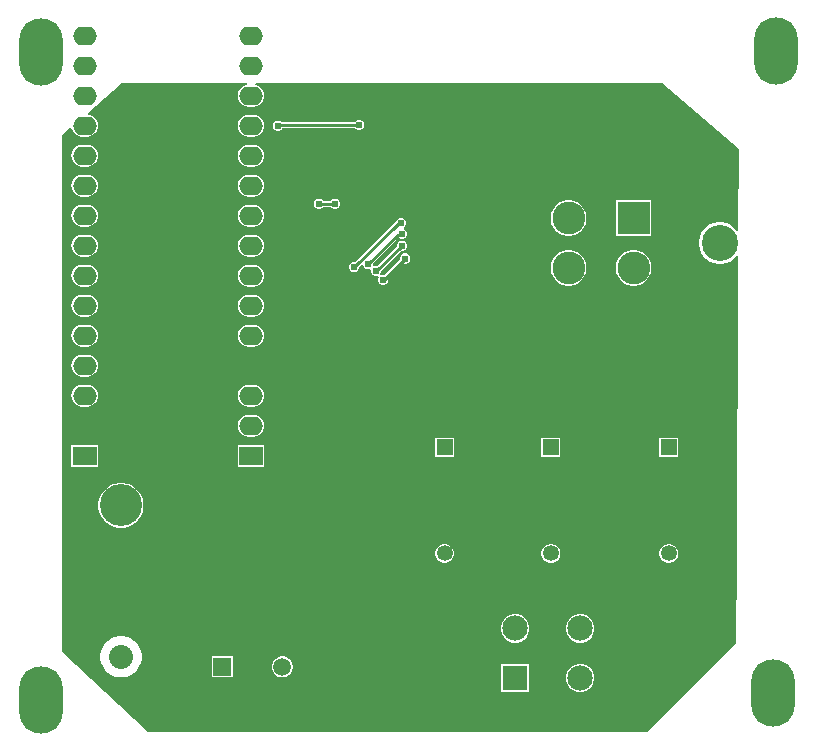
<source format=gbl>
G04*
G04 #@! TF.GenerationSoftware,Altium Limited,Altium Designer,24.0.1 (36)*
G04*
G04 Layer_Physical_Order=2*
G04 Layer_Color=16711680*
%FSLAX44Y44*%
%MOMM*%
G71*
G04*
G04 #@! TF.SameCoordinates,B8DB1BF3-7387-46EC-A14D-9CE900C50DFE*
G04*
G04*
G04 #@! TF.FilePolarity,Positive*
G04*
G01*
G75*
%ADD13C,0.2540*%
%ADD44C,2.1500*%
%ADD45R,2.1500X2.1500*%
%ADD50R,2.0000X1.6000*%
%ADD51O,2.0000X1.6000*%
%ADD52C,3.5560*%
%ADD53C,2.0320*%
%ADD54O,3.7000X5.7000*%
%ADD55C,1.5080*%
%ADD56R,1.5080X1.5080*%
%ADD57C,3.0500*%
%ADD58C,2.7750*%
%ADD59R,2.7750X2.7750*%
%ADD60C,1.3500*%
%ADD61R,1.3500X1.3500*%
%ADD62C,0.6096*%
G36*
X613278Y499203D02*
X612966Y430261D01*
X611750Y429895D01*
X611118Y430840D01*
X608641Y433318D01*
X605727Y435265D01*
X602489Y436606D01*
X599052Y437290D01*
X595548D01*
X592111Y436606D01*
X588873Y435265D01*
X585960Y433318D01*
X583482Y430840D01*
X581535Y427927D01*
X580194Y424689D01*
X579510Y421252D01*
Y417748D01*
X580194Y414311D01*
X581535Y411073D01*
X583482Y408159D01*
X585960Y405682D01*
X588873Y403735D01*
X592111Y402394D01*
X595548Y401710D01*
X599052D01*
X602489Y402394D01*
X605727Y403735D01*
X608641Y405682D01*
X611118Y408159D01*
X611654Y408961D01*
X612868Y408590D01*
X612843Y402947D01*
X611717Y153705D01*
X611390Y81290D01*
X535800Y5700D01*
X113450D01*
X40508Y72878D01*
X40593Y510773D01*
X47325Y516620D01*
X48688Y516122D01*
X49433Y514325D01*
X50919Y512389D01*
X52855Y510903D01*
X55110Y509969D01*
X57530Y509650D01*
X61530D01*
X63950Y509969D01*
X66205Y510903D01*
X68141Y512389D01*
X69627Y514325D01*
X70561Y516580D01*
X70880Y519000D01*
X70561Y521420D01*
X69627Y523675D01*
X68141Y525611D01*
X66205Y527097D01*
X63950Y528031D01*
X62604Y528209D01*
X62202Y529542D01*
X91281Y554800D01*
X196746D01*
X196829Y553530D01*
X196080Y553431D01*
X193825Y552497D01*
X191889Y551011D01*
X190403Y549075D01*
X189469Y546820D01*
X189150Y544400D01*
X189469Y541980D01*
X190403Y539725D01*
X191889Y537789D01*
X193825Y536303D01*
X196080Y535369D01*
X198500Y535050D01*
X202500D01*
X204920Y535369D01*
X207175Y536303D01*
X209111Y537789D01*
X210597Y539725D01*
X211531Y541980D01*
X211850Y544400D01*
X211531Y546820D01*
X210597Y549075D01*
X209111Y551011D01*
X207175Y552497D01*
X204920Y553431D01*
X204171Y553530D01*
X204254Y554800D01*
X548125D01*
X613278Y499203D01*
D02*
G37*
%LPC*%
G36*
X292959Y523718D02*
X291241D01*
X289654Y523061D01*
X288439Y521846D01*
X288395Y521740D01*
X226267D01*
X225446Y522561D01*
X223859Y523218D01*
X222141D01*
X220554Y522561D01*
X219339Y521346D01*
X218682Y519759D01*
Y518041D01*
X219339Y516454D01*
X220554Y515239D01*
X222141Y514582D01*
X223859D01*
X225446Y515239D01*
X226661Y516454D01*
X226705Y516560D01*
X288833D01*
X289654Y515739D01*
X291241Y515082D01*
X292959D01*
X294546Y515739D01*
X295761Y516954D01*
X296418Y518541D01*
Y520259D01*
X295761Y521846D01*
X294546Y523061D01*
X292959Y523718D01*
D02*
G37*
G36*
X202500Y528350D02*
X198500D01*
X196080Y528031D01*
X193825Y527097D01*
X191889Y525611D01*
X190403Y523675D01*
X189469Y521420D01*
X189150Y519000D01*
X189469Y516580D01*
X190403Y514325D01*
X191889Y512389D01*
X193825Y510903D01*
X196080Y509969D01*
X198500Y509650D01*
X202500D01*
X204920Y509969D01*
X207175Y510903D01*
X209111Y512389D01*
X210597Y514325D01*
X211531Y516580D01*
X211850Y519000D01*
X211531Y521420D01*
X210597Y523675D01*
X209111Y525611D01*
X207175Y527097D01*
X204920Y528031D01*
X202500Y528350D01*
D02*
G37*
G36*
Y502950D02*
X198500D01*
X196080Y502631D01*
X193825Y501697D01*
X191889Y500211D01*
X190403Y498275D01*
X189469Y496020D01*
X189150Y493600D01*
X189469Y491180D01*
X190403Y488925D01*
X191889Y486989D01*
X193825Y485503D01*
X196080Y484569D01*
X198500Y484250D01*
X202500D01*
X204920Y484569D01*
X207175Y485503D01*
X209111Y486989D01*
X210597Y488925D01*
X211531Y491180D01*
X211850Y493600D01*
X211531Y496020D01*
X210597Y498275D01*
X209111Y500211D01*
X207175Y501697D01*
X204920Y502631D01*
X202500Y502950D01*
D02*
G37*
G36*
X61530D02*
X57530D01*
X55110Y502631D01*
X52855Y501697D01*
X50919Y500211D01*
X49433Y498275D01*
X48499Y496020D01*
X48180Y493600D01*
X48499Y491180D01*
X49433Y488925D01*
X50919Y486989D01*
X52855Y485503D01*
X55110Y484569D01*
X57530Y484250D01*
X61530D01*
X63950Y484569D01*
X66205Y485503D01*
X68141Y486989D01*
X69627Y488925D01*
X70561Y491180D01*
X70880Y493600D01*
X70561Y496020D01*
X69627Y498275D01*
X68141Y500211D01*
X66205Y501697D01*
X63950Y502631D01*
X61530Y502950D01*
D02*
G37*
G36*
X202500Y477550D02*
X198500D01*
X196080Y477231D01*
X193825Y476297D01*
X191889Y474811D01*
X190403Y472875D01*
X189469Y470620D01*
X189150Y468200D01*
X189469Y465780D01*
X190403Y463525D01*
X191889Y461589D01*
X193825Y460103D01*
X196080Y459169D01*
X198500Y458850D01*
X202500D01*
X204920Y459169D01*
X207175Y460103D01*
X209111Y461589D01*
X210597Y463525D01*
X211531Y465780D01*
X211850Y468200D01*
X211531Y470620D01*
X210597Y472875D01*
X209111Y474811D01*
X207175Y476297D01*
X204920Y477231D01*
X202500Y477550D01*
D02*
G37*
G36*
X61530D02*
X57530D01*
X55110Y477231D01*
X52855Y476297D01*
X50919Y474811D01*
X49433Y472875D01*
X48499Y470620D01*
X48180Y468200D01*
X48499Y465780D01*
X49433Y463525D01*
X50919Y461589D01*
X52855Y460103D01*
X55110Y459169D01*
X57530Y458850D01*
X61530D01*
X63950Y459169D01*
X66205Y460103D01*
X68141Y461589D01*
X69627Y463525D01*
X70561Y465780D01*
X70880Y468200D01*
X70561Y470620D01*
X69627Y472875D01*
X68141Y474811D01*
X66205Y476297D01*
X63950Y477231D01*
X61530Y477550D01*
D02*
G37*
G36*
X272356Y457218D02*
X270638D01*
X269051Y456561D01*
X267980Y455490D01*
X261217D01*
X260146Y456561D01*
X258559Y457218D01*
X256841D01*
X255254Y456561D01*
X254039Y455346D01*
X253382Y453759D01*
Y452041D01*
X254039Y450454D01*
X255254Y449239D01*
X256841Y448582D01*
X258559D01*
X260146Y449239D01*
X261217Y450310D01*
X267980D01*
X269051Y449239D01*
X270638Y448582D01*
X272356D01*
X273943Y449239D01*
X275157Y450454D01*
X275815Y452041D01*
Y453759D01*
X275157Y455346D01*
X273943Y456561D01*
X272356Y457218D01*
D02*
G37*
G36*
X202500Y452150D02*
X198500D01*
X196080Y451831D01*
X193825Y450897D01*
X191889Y449411D01*
X190403Y447475D01*
X189469Y445220D01*
X189150Y442800D01*
X189469Y440380D01*
X190403Y438125D01*
X191889Y436189D01*
X193825Y434703D01*
X196080Y433769D01*
X198500Y433450D01*
X202500D01*
X204920Y433769D01*
X207175Y434703D01*
X209111Y436189D01*
X210597Y438125D01*
X211531Y440380D01*
X211850Y442800D01*
X211531Y445220D01*
X210597Y447475D01*
X209111Y449411D01*
X207175Y450897D01*
X204920Y451831D01*
X202500Y452150D01*
D02*
G37*
G36*
X61530D02*
X57530D01*
X55110Y451831D01*
X52855Y450897D01*
X50919Y449411D01*
X49433Y447475D01*
X48499Y445220D01*
X48180Y442800D01*
X48499Y440380D01*
X49433Y438125D01*
X50919Y436189D01*
X52855Y434703D01*
X55110Y433769D01*
X57530Y433450D01*
X61530D01*
X63950Y433769D01*
X66205Y434703D01*
X68141Y436189D01*
X69627Y438125D01*
X70561Y440380D01*
X70880Y442800D01*
X70561Y445220D01*
X69627Y447475D01*
X68141Y449411D01*
X66205Y450897D01*
X63950Y451831D01*
X61530Y452150D01*
D02*
G37*
G36*
X539445Y455645D02*
X509155D01*
Y425355D01*
X539445D01*
Y455645D01*
D02*
G37*
G36*
X470792D02*
X467808D01*
X464882Y455063D01*
X462126Y453921D01*
X459646Y452264D01*
X457536Y450154D01*
X455879Y447674D01*
X454737Y444918D01*
X454155Y441992D01*
Y439008D01*
X454737Y436082D01*
X455879Y433326D01*
X457536Y430846D01*
X459646Y428736D01*
X462126Y427079D01*
X464882Y425937D01*
X467808Y425355D01*
X470792D01*
X473718Y425937D01*
X476474Y427079D01*
X478954Y428736D01*
X481064Y430846D01*
X482721Y433326D01*
X483863Y436082D01*
X484445Y439008D01*
Y441992D01*
X483863Y444918D01*
X482721Y447674D01*
X481064Y450154D01*
X478954Y452264D01*
X476474Y453921D01*
X473718Y455063D01*
X470792Y455645D01*
D02*
G37*
G36*
X328259Y440518D02*
X326541D01*
X324954Y439861D01*
X323739Y438646D01*
X323410Y437850D01*
X322663Y437351D01*
X288636Y403323D01*
X288623Y403329D01*
X286905D01*
X285318Y402671D01*
X284103Y401457D01*
X283446Y399870D01*
Y398152D01*
X284103Y396565D01*
X285318Y395350D01*
X286905Y394693D01*
X288623D01*
X290210Y395350D01*
X291425Y396565D01*
X292082Y398152D01*
Y399445D01*
X294112Y401475D01*
X295382Y400949D01*
Y400741D01*
X296039Y399154D01*
X297254Y397939D01*
X298841Y397282D01*
X300559D01*
X300825Y397392D01*
X301404Y396957D01*
X301874Y396452D01*
Y394887D01*
X302531Y393300D01*
X303746Y392085D01*
X305333Y391428D01*
X307051D01*
X308031Y391834D01*
X308705Y391011D01*
X308813Y390783D01*
X308182Y389259D01*
Y387541D01*
X308839Y385954D01*
X310054Y384739D01*
X311641Y384082D01*
X313359D01*
X314946Y384739D01*
X316161Y385954D01*
X316818Y387541D01*
Y388806D01*
X330108Y402096D01*
X330141Y402082D01*
X331859D01*
X333446Y402739D01*
X334661Y403954D01*
X335318Y405541D01*
Y407259D01*
X334661Y408846D01*
X333446Y410061D01*
X331859Y410718D01*
X330141D01*
X328554Y410061D01*
X327339Y408846D01*
X326682Y407259D01*
Y405994D01*
X313392Y392704D01*
X313359Y392718D01*
X311641D01*
X310660Y392312D01*
X309987Y393135D01*
X309878Y393363D01*
X310510Y394887D01*
Y396124D01*
X327289Y412904D01*
X327341Y412882D01*
X329059D01*
X330646Y413539D01*
X331861Y414754D01*
X332518Y416341D01*
Y418059D01*
X331861Y419646D01*
X330646Y420861D01*
X329059Y421518D01*
X327341D01*
X325754Y420861D01*
X324539Y419646D01*
X323882Y418059D01*
Y416822D01*
X307103Y400042D01*
X307051Y400064D01*
X305333D01*
X305066Y399953D01*
X304487Y400388D01*
X304018Y400894D01*
Y402256D01*
X325587Y423824D01*
X325764Y423647D01*
X327351Y422989D01*
X329069D01*
X330656Y423647D01*
X331871Y424861D01*
X332528Y426448D01*
Y428166D01*
X331871Y429753D01*
X330656Y430968D01*
X330013Y431234D01*
X329917Y431988D01*
X329944Y432637D01*
X331061Y433754D01*
X331718Y435341D01*
Y437059D01*
X331061Y438646D01*
X329846Y439861D01*
X328259Y440518D01*
D02*
G37*
G36*
X202500Y426750D02*
X198500D01*
X196080Y426431D01*
X193825Y425497D01*
X191889Y424011D01*
X190403Y422075D01*
X189469Y419820D01*
X189150Y417400D01*
X189469Y414980D01*
X190403Y412725D01*
X191889Y410789D01*
X193825Y409303D01*
X196080Y408369D01*
X198500Y408050D01*
X202500D01*
X204920Y408369D01*
X207175Y409303D01*
X209111Y410789D01*
X210597Y412725D01*
X211531Y414980D01*
X211850Y417400D01*
X211531Y419820D01*
X210597Y422075D01*
X209111Y424011D01*
X207175Y425497D01*
X204920Y426431D01*
X202500Y426750D01*
D02*
G37*
G36*
X61530D02*
X57530D01*
X55110Y426431D01*
X52855Y425497D01*
X50919Y424011D01*
X49433Y422075D01*
X48499Y419820D01*
X48180Y417400D01*
X48499Y414980D01*
X49433Y412725D01*
X50919Y410789D01*
X52855Y409303D01*
X55110Y408369D01*
X57530Y408050D01*
X61530D01*
X63950Y408369D01*
X66205Y409303D01*
X68141Y410789D01*
X69627Y412725D01*
X70561Y414980D01*
X70880Y417400D01*
X70561Y419820D01*
X69627Y422075D01*
X68141Y424011D01*
X66205Y425497D01*
X63950Y426431D01*
X61530Y426750D01*
D02*
G37*
G36*
X525792Y413645D02*
X522808D01*
X519882Y413063D01*
X517126Y411921D01*
X514646Y410264D01*
X512536Y408154D01*
X510879Y405674D01*
X509737Y402918D01*
X509155Y399992D01*
Y397008D01*
X509737Y394082D01*
X510879Y391326D01*
X512536Y388846D01*
X514646Y386736D01*
X517126Y385079D01*
X519882Y383937D01*
X522808Y383355D01*
X525792D01*
X528718Y383937D01*
X531474Y385079D01*
X533954Y386736D01*
X536064Y388846D01*
X537721Y391326D01*
X538863Y394082D01*
X539445Y397008D01*
Y399992D01*
X538863Y402918D01*
X537721Y405674D01*
X536064Y408154D01*
X533954Y410264D01*
X531474Y411921D01*
X528718Y413063D01*
X525792Y413645D01*
D02*
G37*
G36*
X470792D02*
X467808D01*
X464882Y413063D01*
X462126Y411921D01*
X459646Y410264D01*
X457536Y408154D01*
X455879Y405674D01*
X454737Y402918D01*
X454155Y399992D01*
Y397008D01*
X454737Y394082D01*
X455879Y391326D01*
X457536Y388846D01*
X459646Y386736D01*
X462126Y385079D01*
X464882Y383937D01*
X467808Y383355D01*
X470792D01*
X473718Y383937D01*
X476474Y385079D01*
X478954Y386736D01*
X481064Y388846D01*
X482721Y391326D01*
X483863Y394082D01*
X484445Y397008D01*
Y399992D01*
X483863Y402918D01*
X482721Y405674D01*
X481064Y408154D01*
X478954Y410264D01*
X476474Y411921D01*
X473718Y413063D01*
X470792Y413645D01*
D02*
G37*
G36*
X202500Y401350D02*
X198500D01*
X196080Y401031D01*
X193825Y400097D01*
X191889Y398611D01*
X190403Y396675D01*
X189469Y394420D01*
X189150Y392000D01*
X189469Y389580D01*
X190403Y387325D01*
X191889Y385389D01*
X193825Y383903D01*
X196080Y382969D01*
X198500Y382650D01*
X202500D01*
X204920Y382969D01*
X207175Y383903D01*
X209111Y385389D01*
X210597Y387325D01*
X211531Y389580D01*
X211850Y392000D01*
X211531Y394420D01*
X210597Y396675D01*
X209111Y398611D01*
X207175Y400097D01*
X204920Y401031D01*
X202500Y401350D01*
D02*
G37*
G36*
X61530D02*
X57530D01*
X55110Y401031D01*
X52855Y400097D01*
X50919Y398611D01*
X49433Y396675D01*
X48499Y394420D01*
X48180Y392000D01*
X48499Y389580D01*
X49433Y387325D01*
X50919Y385389D01*
X52855Y383903D01*
X55110Y382969D01*
X57530Y382650D01*
X61530D01*
X63950Y382969D01*
X66205Y383903D01*
X68141Y385389D01*
X69627Y387325D01*
X70561Y389580D01*
X70880Y392000D01*
X70561Y394420D01*
X69627Y396675D01*
X68141Y398611D01*
X66205Y400097D01*
X63950Y401031D01*
X61530Y401350D01*
D02*
G37*
G36*
X202500Y375950D02*
X198500D01*
X196080Y375631D01*
X193825Y374697D01*
X191889Y373211D01*
X190403Y371275D01*
X189469Y369020D01*
X189150Y366600D01*
X189469Y364180D01*
X190403Y361925D01*
X191889Y359989D01*
X193825Y358503D01*
X196080Y357569D01*
X198500Y357250D01*
X202500D01*
X204920Y357569D01*
X207175Y358503D01*
X209111Y359989D01*
X210597Y361925D01*
X211531Y364180D01*
X211850Y366600D01*
X211531Y369020D01*
X210597Y371275D01*
X209111Y373211D01*
X207175Y374697D01*
X204920Y375631D01*
X202500Y375950D01*
D02*
G37*
G36*
X61530D02*
X57530D01*
X55110Y375631D01*
X52855Y374697D01*
X50919Y373211D01*
X49433Y371275D01*
X48499Y369020D01*
X48180Y366600D01*
X48499Y364180D01*
X49433Y361925D01*
X50919Y359989D01*
X52855Y358503D01*
X55110Y357569D01*
X57530Y357250D01*
X61530D01*
X63950Y357569D01*
X66205Y358503D01*
X68141Y359989D01*
X69627Y361925D01*
X70561Y364180D01*
X70880Y366600D01*
X70561Y369020D01*
X69627Y371275D01*
X68141Y373211D01*
X66205Y374697D01*
X63950Y375631D01*
X61530Y375950D01*
D02*
G37*
G36*
X202500Y350550D02*
X198500D01*
X196080Y350231D01*
X193825Y349297D01*
X191889Y347811D01*
X190403Y345875D01*
X189469Y343620D01*
X189150Y341200D01*
X189469Y338780D01*
X190403Y336525D01*
X191889Y334589D01*
X193825Y333103D01*
X196080Y332169D01*
X198500Y331850D01*
X202500D01*
X204920Y332169D01*
X207175Y333103D01*
X209111Y334589D01*
X210597Y336525D01*
X211531Y338780D01*
X211850Y341200D01*
X211531Y343620D01*
X210597Y345875D01*
X209111Y347811D01*
X207175Y349297D01*
X204920Y350231D01*
X202500Y350550D01*
D02*
G37*
G36*
X61530D02*
X57530D01*
X55110Y350231D01*
X52855Y349297D01*
X50919Y347811D01*
X49433Y345875D01*
X48499Y343620D01*
X48180Y341200D01*
X48499Y338780D01*
X49433Y336525D01*
X50919Y334589D01*
X52855Y333103D01*
X55110Y332169D01*
X57530Y331850D01*
X61530D01*
X63950Y332169D01*
X66205Y333103D01*
X68141Y334589D01*
X69627Y336525D01*
X70561Y338780D01*
X70880Y341200D01*
X70561Y343620D01*
X69627Y345875D01*
X68141Y347811D01*
X66205Y349297D01*
X63950Y350231D01*
X61530Y350550D01*
D02*
G37*
G36*
Y325150D02*
X57530D01*
X55110Y324831D01*
X52855Y323897D01*
X50919Y322411D01*
X49433Y320475D01*
X48499Y318220D01*
X48180Y315800D01*
X48499Y313380D01*
X49433Y311125D01*
X50919Y309189D01*
X52855Y307703D01*
X55110Y306769D01*
X57530Y306450D01*
X61530D01*
X63950Y306769D01*
X66205Y307703D01*
X68141Y309189D01*
X69627Y311125D01*
X70561Y313380D01*
X70880Y315800D01*
X70561Y318220D01*
X69627Y320475D01*
X68141Y322411D01*
X66205Y323897D01*
X63950Y324831D01*
X61530Y325150D01*
D02*
G37*
G36*
X202500Y299750D02*
X198500D01*
X196080Y299431D01*
X193825Y298497D01*
X191889Y297011D01*
X190403Y295075D01*
X189469Y292820D01*
X189150Y290400D01*
X189469Y287980D01*
X190403Y285725D01*
X191889Y283789D01*
X193825Y282303D01*
X196080Y281369D01*
X198500Y281050D01*
X202500D01*
X204920Y281369D01*
X207175Y282303D01*
X209111Y283789D01*
X210597Y285725D01*
X211531Y287980D01*
X211850Y290400D01*
X211531Y292820D01*
X210597Y295075D01*
X209111Y297011D01*
X207175Y298497D01*
X204920Y299431D01*
X202500Y299750D01*
D02*
G37*
G36*
X61530D02*
X57530D01*
X55110Y299431D01*
X52855Y298497D01*
X50919Y297011D01*
X49433Y295075D01*
X48499Y292820D01*
X48180Y290400D01*
X48499Y287980D01*
X49433Y285725D01*
X50919Y283789D01*
X52855Y282303D01*
X55110Y281369D01*
X57530Y281050D01*
X61530D01*
X63950Y281369D01*
X66205Y282303D01*
X68141Y283789D01*
X69627Y285725D01*
X70561Y287980D01*
X70880Y290400D01*
X70561Y292820D01*
X69627Y295075D01*
X68141Y297011D01*
X66205Y298497D01*
X63950Y299431D01*
X61530Y299750D01*
D02*
G37*
G36*
X202500Y274350D02*
X198500D01*
X196080Y274031D01*
X193825Y273097D01*
X191889Y271611D01*
X190403Y269675D01*
X189469Y267420D01*
X189150Y265000D01*
X189469Y262580D01*
X190403Y260325D01*
X191889Y258389D01*
X193825Y256903D01*
X196080Y255969D01*
X198500Y255650D01*
X202500D01*
X204920Y255969D01*
X207175Y256903D01*
X209111Y258389D01*
X210597Y260325D01*
X211531Y262580D01*
X211850Y265000D01*
X211531Y267420D01*
X210597Y269675D01*
X209111Y271611D01*
X207175Y273097D01*
X204920Y274031D01*
X202500Y274350D01*
D02*
G37*
G36*
X372320Y254820D02*
X356280D01*
Y238780D01*
X372320D01*
Y254820D01*
D02*
G37*
G36*
X562220Y254820D02*
X546180D01*
Y238780D01*
X562220D01*
Y254820D01*
D02*
G37*
G36*
X462420Y254820D02*
X446380D01*
Y238780D01*
X462420D01*
Y254820D01*
D02*
G37*
G36*
X211770Y248870D02*
X189230D01*
Y230330D01*
X211770D01*
Y248870D01*
D02*
G37*
G36*
X70800D02*
X48260D01*
Y230330D01*
X70800D01*
Y248870D01*
D02*
G37*
G36*
X92221Y216450D02*
X88469D01*
X84788Y215718D01*
X81321Y214282D01*
X78201Y212197D01*
X75548Y209544D01*
X73463Y206423D01*
X72027Y202957D01*
X71295Y199276D01*
Y195524D01*
X72027Y191843D01*
X73463Y188376D01*
X75548Y185256D01*
X78201Y182603D01*
X81321Y180518D01*
X84788Y179082D01*
X88469Y178350D01*
X92221D01*
X95901Y179082D01*
X99368Y180518D01*
X102488Y182603D01*
X105142Y185256D01*
X107227Y188376D01*
X108663Y191843D01*
X109395Y195524D01*
Y199276D01*
X108663Y202957D01*
X107227Y206423D01*
X105142Y209544D01*
X102488Y212197D01*
X99368Y214282D01*
X95901Y215718D01*
X92221Y216450D01*
D02*
G37*
G36*
X365356Y164820D02*
X363244D01*
X361204Y164274D01*
X359375Y163218D01*
X357882Y161725D01*
X356826Y159896D01*
X356280Y157856D01*
Y155744D01*
X356826Y153705D01*
X357882Y151876D01*
X359375Y150383D01*
X361204Y149327D01*
X363244Y148780D01*
X365356D01*
X367395Y149327D01*
X369224Y150383D01*
X370717Y151876D01*
X371773Y153705D01*
X372320Y155744D01*
Y157856D01*
X371773Y159896D01*
X370717Y161725D01*
X369224Y163218D01*
X367395Y164274D01*
X365356Y164820D01*
D02*
G37*
G36*
X555255Y164820D02*
X553144D01*
X551104Y164274D01*
X549275Y163218D01*
X547782Y161724D01*
X546726Y159896D01*
X546180Y157856D01*
Y155744D01*
X546726Y153705D01*
X547782Y151876D01*
X549275Y150382D01*
X551104Y149327D01*
X553144Y148780D01*
X555255D01*
X557295Y149327D01*
X559124Y150382D01*
X560617Y151876D01*
X561673Y153705D01*
X562220Y155744D01*
Y157856D01*
X561673Y159896D01*
X560617Y161724D01*
X559124Y163218D01*
X557295Y164274D01*
X555255Y164820D01*
D02*
G37*
G36*
X455456Y164820D02*
X453344D01*
X451304Y164273D01*
X449475Y163218D01*
X447982Y161724D01*
X446926Y159896D01*
X446380Y157856D01*
Y155744D01*
X446926Y153705D01*
X447982Y151876D01*
X449475Y150382D01*
X451304Y149327D01*
X453344Y148780D01*
X455456D01*
X457495Y149327D01*
X459324Y150382D01*
X460817Y151876D01*
X461873Y153705D01*
X462420Y155744D01*
Y157856D01*
X461873Y159896D01*
X460817Y161724D01*
X459324Y163218D01*
X457495Y164273D01*
X455456Y164820D01*
D02*
G37*
G36*
X480682Y105320D02*
X477517D01*
X474460Y104501D01*
X471719Y102918D01*
X469481Y100680D01*
X467899Y97939D01*
X467080Y94882D01*
Y91717D01*
X467899Y88660D01*
X469481Y85919D01*
X471719Y83681D01*
X474460Y82099D01*
X477517Y81280D01*
X480682D01*
X483739Y82099D01*
X486480Y83681D01*
X488718Y85919D01*
X490300Y88660D01*
X491120Y91717D01*
Y94882D01*
X490300Y97939D01*
X488718Y100680D01*
X486480Y102918D01*
X483739Y104501D01*
X480682Y105320D01*
D02*
G37*
G36*
X425682D02*
X422518D01*
X419460Y104501D01*
X416720Y102918D01*
X414482Y100680D01*
X412899Y97939D01*
X412080Y94882D01*
Y91717D01*
X412899Y88660D01*
X414482Y85919D01*
X416720Y83681D01*
X419460Y82099D01*
X422518Y81280D01*
X425682D01*
X428740Y82099D01*
X431480Y83681D01*
X433718Y85919D01*
X435301Y88660D01*
X436120Y91717D01*
Y94882D01*
X435301Y97939D01*
X433718Y100680D01*
X431480Y102918D01*
X428740Y104501D01*
X425682Y105320D01*
D02*
G37*
G36*
X228160Y69510D02*
X225840D01*
X223599Y68910D01*
X221590Y67750D01*
X219950Y66109D01*
X218790Y64100D01*
X218190Y61860D01*
Y59540D01*
X218790Y57299D01*
X219950Y55290D01*
X221590Y53650D01*
X223599Y52490D01*
X225840Y51890D01*
X228160D01*
X230400Y52490D01*
X232409Y53650D01*
X234049Y55290D01*
X235209Y57299D01*
X235810Y59540D01*
Y61860D01*
X235209Y64100D01*
X234049Y66109D01*
X232409Y67750D01*
X230400Y68910D01*
X228160Y69510D01*
D02*
G37*
G36*
X185010D02*
X167390D01*
Y51890D01*
X185010D01*
Y69510D01*
D02*
G37*
G36*
X92072Y86940D02*
X88617D01*
X85229Y86266D01*
X82037Y84944D01*
X79164Y83024D01*
X76720Y80581D01*
X74801Y77709D01*
X73479Y74516D01*
X72805Y71128D01*
Y67673D01*
X73479Y64284D01*
X74801Y61092D01*
X76720Y58219D01*
X79164Y55776D01*
X82037Y53856D01*
X85229Y52534D01*
X88617Y51860D01*
X92072D01*
X95461Y52534D01*
X98653Y53856D01*
X101526Y55776D01*
X103969Y58219D01*
X105889Y61092D01*
X107211Y64284D01*
X107885Y67673D01*
Y71128D01*
X107211Y74516D01*
X105889Y77709D01*
X103969Y80581D01*
X101526Y83024D01*
X98653Y84944D01*
X95461Y86266D01*
X92072Y86940D01*
D02*
G37*
G36*
X480682Y63320D02*
X477517D01*
X474460Y62501D01*
X471719Y60918D01*
X469481Y58680D01*
X467899Y55939D01*
X467080Y52882D01*
Y49717D01*
X467899Y46660D01*
X469481Y43919D01*
X471719Y41681D01*
X474460Y40099D01*
X477517Y39280D01*
X480682D01*
X483739Y40099D01*
X486480Y41681D01*
X488718Y43919D01*
X490300Y46660D01*
X491120Y49717D01*
Y52882D01*
X490300Y55939D01*
X488718Y58680D01*
X486480Y60918D01*
X483739Y62501D01*
X480682Y63320D01*
D02*
G37*
G36*
X436120D02*
X412080D01*
Y39280D01*
X436120D01*
Y63320D01*
D02*
G37*
%LPD*%
D13*
X223000Y518900D02*
X223250Y519150D01*
X291850D01*
X292100Y519400D01*
X306469Y395746D02*
X327923Y417200D01*
X306192Y395746D02*
X306469D01*
X327923Y417200D02*
X328200D01*
X312750Y388400D02*
X330750Y406400D01*
X312500Y388400D02*
X312750D01*
X330750Y406400D02*
X331000D01*
X299700Y401600D02*
X324727Y426627D01*
X327529D02*
X328210Y427307D01*
X324727Y426627D02*
X327529D01*
X287985Y399011D02*
X324494Y435520D01*
X287764Y399011D02*
X287985D01*
X326720Y435520D02*
X327400Y436200D01*
X324494Y435520D02*
X326720D01*
X200500Y392000D02*
X200600Y392100D01*
X200500Y519000D02*
X200750Y518750D01*
X257700Y452900D02*
X271497D01*
D44*
X479100Y93300D02*
D03*
Y51300D02*
D03*
X424100Y93300D02*
D03*
D45*
Y51300D02*
D03*
D50*
X200500Y239600D02*
D03*
X59530D02*
D03*
D51*
X200500Y265000D02*
D03*
Y290400D02*
D03*
Y468200D02*
D03*
Y493600D02*
D03*
X59530Y519000D02*
D03*
X200500Y341200D02*
D03*
X59530Y595200D02*
D03*
Y569800D02*
D03*
Y544400D02*
D03*
Y493600D02*
D03*
Y468200D02*
D03*
Y442800D02*
D03*
Y417400D02*
D03*
Y392000D02*
D03*
Y366600D02*
D03*
Y341200D02*
D03*
Y315800D02*
D03*
Y290400D02*
D03*
Y265000D02*
D03*
X200500Y595200D02*
D03*
Y569800D02*
D03*
Y544400D02*
D03*
Y519000D02*
D03*
Y442800D02*
D03*
Y417400D02*
D03*
Y392000D02*
D03*
Y366600D02*
D03*
Y315800D02*
D03*
D52*
X90345Y197400D02*
D03*
Y142400D02*
D03*
D53*
Y69400D02*
D03*
D54*
X22900Y581700D02*
D03*
X642800Y38400D02*
D03*
X645100Y582000D02*
D03*
X23000Y32300D02*
D03*
D55*
X227000Y60700D02*
D03*
X201600D02*
D03*
D56*
X176200D02*
D03*
D57*
X597300Y419500D02*
D03*
D58*
X469300Y398500D02*
D03*
Y440500D02*
D03*
X524300Y398500D02*
D03*
D59*
Y440500D02*
D03*
D60*
X364300Y156800D02*
D03*
X454400Y156800D02*
D03*
X554199Y156800D02*
D03*
D61*
X364300Y246800D02*
D03*
X454400Y246800D02*
D03*
X554199Y246800D02*
D03*
D62*
X292100Y519400D02*
D03*
X223000Y518900D02*
D03*
X423800Y444000D02*
D03*
X509700Y338315D02*
D03*
X409900D02*
D03*
X251486Y472168D02*
D03*
X328200Y417200D02*
D03*
X331000Y406400D02*
D03*
X312500Y388400D02*
D03*
X299700Y401600D02*
D03*
X391985Y399014D02*
D03*
X319665Y338315D02*
D03*
X287764Y399011D02*
D03*
X306192Y395746D02*
D03*
X445400Y463600D02*
D03*
X402600Y497100D02*
D03*
X394063Y478717D02*
D03*
X445400Y420817D02*
D03*
X328210Y427307D02*
D03*
X327400Y436200D02*
D03*
X257700Y452900D02*
D03*
X276229Y444391D02*
D03*
X271497Y452900D02*
D03*
X348400Y472000D02*
D03*
X207300Y12300D02*
D03*
Y21100D02*
D03*
Y30600D02*
D03*
M02*

</source>
